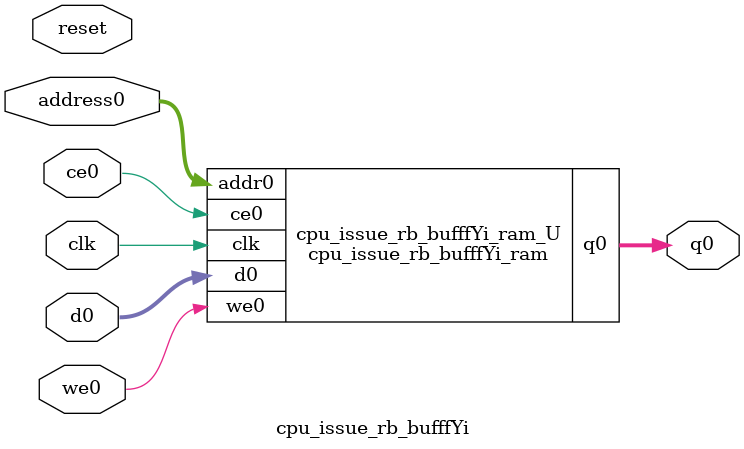
<source format=v>

`timescale 1 ns / 1 ps
module cpu_issue_rb_bufffYi_ram (addr0, ce0, d0, we0, q0,  clk);

parameter DWIDTH = 5;
parameter AWIDTH = 3;
parameter MEM_SIZE = 5;

input[AWIDTH-1:0] addr0;
input ce0;
input[DWIDTH-1:0] d0;
input we0;
output reg[DWIDTH-1:0] q0;
input clk;

(* ram_style = "distributed" *)reg [DWIDTH-1:0] ram[0:MEM_SIZE-1];




always @(posedge clk)  
begin 
    if (ce0) 
    begin
        if (we0) 
        begin 
            ram[addr0] <= d0; 
            q0 <= d0;
        end 
        else 
            q0 <= ram[addr0];
    end
end


endmodule


`timescale 1 ns / 1 ps
module cpu_issue_rb_bufffYi(
    reset,
    clk,
    address0,
    ce0,
    we0,
    d0,
    q0);

parameter DataWidth = 32'd5;
parameter AddressRange = 32'd5;
parameter AddressWidth = 32'd3;
input reset;
input clk;
input[AddressWidth - 1:0] address0;
input ce0;
input we0;
input[DataWidth - 1:0] d0;
output[DataWidth - 1:0] q0;



cpu_issue_rb_bufffYi_ram cpu_issue_rb_bufffYi_ram_U(
    .clk( clk ),
    .addr0( address0 ),
    .ce0( ce0 ),
    .we0( we0 ),
    .d0( d0 ),
    .q0( q0 ));

endmodule


</source>
